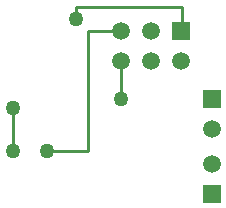
<source format=gbl>
G04 Layer_Physical_Order=2*
G04 Layer_Color=16711680*
%FSLAX25Y25*%
%MOIN*%
G70*
G01*
G75*
%ADD13C,0.01000*%
%ADD15C,0.05906*%
%ADD16R,0.05906X0.05906*%
%ADD17R,0.05906X0.05906*%
%ADD18C,0.05000*%
D13*
X121500Y121000D02*
X135000D01*
X146000Y137831D02*
Y138500D01*
Y137831D02*
X146331Y137500D01*
X146000Y138500D02*
Y150169D01*
X146331Y150500D01*
X166331Y161000D02*
Y169126D01*
X131000D02*
X166331D01*
X131000Y165000D02*
Y169126D01*
X135000Y161000D02*
X146331D01*
X135000Y121000D02*
Y161000D01*
X110000Y121000D02*
Y135500D01*
D15*
X176500Y128500D02*
D03*
Y116626D02*
D03*
X146000Y151000D02*
D03*
Y161000D02*
D03*
X156000Y151000D02*
D03*
Y161000D02*
D03*
X166000Y151000D02*
D03*
D16*
X176500Y138500D02*
D03*
Y106626D02*
D03*
D17*
X166000Y161000D02*
D03*
D18*
X121500Y121000D02*
D03*
X146000Y138500D02*
D03*
X131000Y165000D02*
D03*
X110000Y121000D02*
D03*
Y135500D02*
D03*
M02*

</source>
